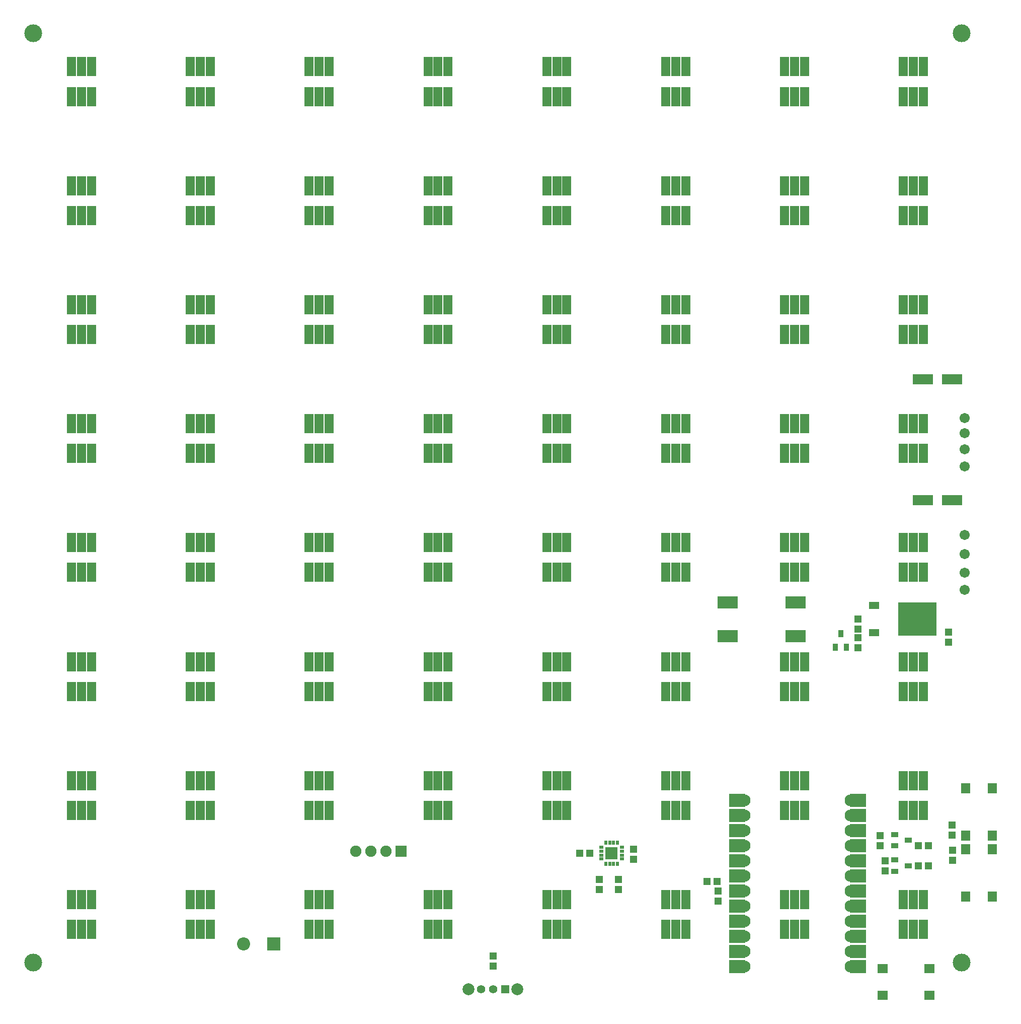
<source format=gbr>
G04 DipTrace 3.2.0.1*
G04 BottomMask.gbr*
%MOIN*%
G04 #@! TF.FileFunction,Soldermask,Bot*
G04 #@! TF.Part,Single*
%ADD54C,0.11811*%
%ADD61R,0.108X0.088*%
%ADD63C,0.077*%
%ADD65R,0.084772X0.084772*%
%ADD67R,0.02178X0.027685*%
%ADD69R,0.027685X0.02178*%
%ADD71R,0.069024X0.059181*%
%ADD73R,0.059181X0.069024*%
%ADD75C,0.078866*%
%ADD77C,0.055244*%
%ADD79R,0.055244X0.055244*%
%ADD81R,0.133984X0.078866*%
%ADD83R,0.049339X0.033591*%
%ADD85R,0.033591X0.049339*%
%ADD87R,0.070992X0.04737*%
%ADD89R,0.252094X0.220598*%
%ADD91C,0.067055*%
%ADD93C,0.074929*%
%ADD95R,0.074929X0.074929*%
%ADD97C,0.08674*%
%ADD99R,0.08674X0.08674*%
%ADD101R,0.06X0.12611*%
%ADD105R,0.051307X0.04737*%
%ADD107R,0.04737X0.051307*%
%ADD109R,0.132016X0.070992*%
%FSLAX26Y26*%
G04*
G70*
G90*
G75*
G01*
G04 BotMask*
%LPD*%
D109*
X6756500Y3731500D3*
X6563587D3*
X6756500Y4531500D3*
X6563587D3*
D107*
X6731500Y2856500D3*
Y2789571D3*
D105*
X4356500Y1394000D3*
X4289571D3*
D107*
X4644000Y1352071D3*
Y1419000D3*
X4544000Y1219000D3*
Y1152071D3*
X4419000Y1219000D3*
Y1152071D3*
D54*
X6819000Y6819000D3*
X669000D3*
Y669000D3*
X6819000D3*
D101*
X6433882Y1086614D3*
X6499906D3*
X6565929D3*
X6433882Y889575D3*
X6499906D3*
X6565929D3*
X5646480Y1086614D3*
X5712504D3*
X5778528D3*
X5646480Y889575D3*
X5712504D3*
X5778528D3*
X4859079Y1086614D3*
X4925102D3*
X4991126D3*
X4859079Y889575D3*
X4925102D3*
X4991126D3*
X4071677Y1086614D3*
X4137701D3*
X4203724D3*
X4071677Y889575D3*
X4137701D3*
X4203724D3*
X3284276Y1086614D3*
X3350299D3*
X3416323D3*
X3284276Y889575D3*
X3350299D3*
X3416323D3*
X2496874Y1086614D3*
X2562898D3*
X2628921D3*
X2496874Y889575D3*
X2562898D3*
X2628921D3*
X1709472Y1086614D3*
X1775496D3*
X1841520D3*
X1709472Y889575D3*
X1775496D3*
X1841520D3*
X922071Y1086614D3*
X988094D3*
X1054118D3*
X922071Y889575D3*
X988094D3*
X1054118D3*
X6433882Y1874016D3*
X6499906D3*
X6565929D3*
X6433882Y1676976D3*
X6499906D3*
X6565929D3*
X5646480Y1874016D3*
X5712504D3*
X5778528D3*
X5646480Y1676976D3*
X5712504D3*
X5778528D3*
X4859079Y1874016D3*
X4925102D3*
X4991126D3*
X4859079Y1676976D3*
X4925102D3*
X4991126D3*
X4071677Y1874016D3*
X4137701D3*
X4203724D3*
X4071677Y1676976D3*
X4137701D3*
X4203724D3*
X3284276Y1874016D3*
X3350299D3*
X3416323D3*
X3284276Y1676976D3*
X3350299D3*
X3416323D3*
X2496874Y1874016D3*
X2562898D3*
X2628921D3*
X2496874Y1676976D3*
X2562898D3*
X2628921D3*
X1709472Y1874016D3*
X1775496D3*
X1841520D3*
X1709472Y1676976D3*
X1775496D3*
X1841520D3*
X922071Y1874016D3*
X988094D3*
X1054118D3*
X922071Y1676976D3*
X988094D3*
X1054118D3*
X6433882Y2661417D3*
X6499906D3*
X6565929D3*
X6433882Y2464378D3*
X6499906D3*
X6565929D3*
X5646480Y2661417D3*
X5712504D3*
X5778528D3*
X5646480Y2464378D3*
X5712504D3*
X5778528D3*
X4859079Y2661417D3*
X4925102D3*
X4991126D3*
X4859079Y2464378D3*
X4925102D3*
X4991126D3*
X4071677Y2661417D3*
X4137701D3*
X4203724D3*
X4071677Y2464378D3*
X4137701D3*
X4203724D3*
X3284276Y2661417D3*
X3350299D3*
X3416323D3*
X3284276Y2464378D3*
X3350299D3*
X3416323D3*
X2496874Y2661417D3*
X2562898D3*
X2628921D3*
X2496874Y2464378D3*
X2562898D3*
X2628921D3*
X1709472Y2661417D3*
X1775496D3*
X1841520D3*
X1709472Y2464378D3*
X1775496D3*
X1841520D3*
X922071Y2661417D3*
X988094D3*
X1054118D3*
X922071Y2464378D3*
X988094D3*
X1054118D3*
X6433882Y3448819D3*
X6499906D3*
X6565929D3*
X6433882Y3251780D3*
X6499906D3*
X6565929D3*
X5646480Y3448819D3*
X5712504D3*
X5778528D3*
X5646480Y3251780D3*
X5712504D3*
X5778528D3*
X4859079Y3448819D3*
X4925102D3*
X4991126D3*
X4859079Y3251780D3*
X4925102D3*
X4991126D3*
X4071677Y3448819D3*
X4137701D3*
X4203724D3*
X4071677Y3251780D3*
X4137701D3*
X4203724D3*
X3284276Y3448819D3*
X3350299D3*
X3416323D3*
X3284276Y3251780D3*
X3350299D3*
X3416323D3*
X2496874Y3448819D3*
X2562898D3*
X2628921D3*
X2496874Y3251780D3*
X2562898D3*
X2628921D3*
X1709472Y3448819D3*
X1775496D3*
X1841520D3*
X1709472Y3251780D3*
X1775496D3*
X1841520D3*
X922071Y3448819D3*
X988094D3*
X1054118D3*
X922071Y3251780D3*
X988094D3*
X1054118D3*
X6433882Y4236220D3*
X6499906D3*
X6565929D3*
X6433882Y4039181D3*
X6499906D3*
X6565929D3*
X5646480Y4236220D3*
X5712504D3*
X5778528D3*
X5646480Y4039181D3*
X5712504D3*
X5778528D3*
X4859079Y4236220D3*
X4925102D3*
X4991126D3*
X4859079Y4039181D3*
X4925102D3*
X4991126D3*
X4071677Y4236220D3*
X4137701D3*
X4203724D3*
X4071677Y4039181D3*
X4137701D3*
X4203724D3*
X3284276Y4236220D3*
X3350299D3*
X3416323D3*
X3284276Y4039181D3*
X3350299D3*
X3416323D3*
X2496874Y4236220D3*
X2562898D3*
X2628921D3*
X2496874Y4039181D3*
X2562898D3*
X2628921D3*
X1709472Y4236220D3*
X1775496D3*
X1841520D3*
X1709472Y4039181D3*
X1775496D3*
X1841520D3*
X922071Y4236220D3*
X988094D3*
X1054118D3*
X922071Y4039181D3*
X988094D3*
X1054118D3*
X6433882Y5023622D3*
X6499906D3*
X6565929D3*
X6433882Y4826583D3*
X6499906D3*
X6565929D3*
X5646480Y5023622D3*
X5712504D3*
X5778528D3*
X5646480Y4826583D3*
X5712504D3*
X5778528D3*
X4859079Y5023622D3*
X4925102D3*
X4991126D3*
X4859079Y4826583D3*
X4925102D3*
X4991126D3*
X4071677Y5023622D3*
X4137701D3*
X4203724D3*
X4071677Y4826583D3*
X4137701D3*
X4203724D3*
X3284276Y5023622D3*
X3350299D3*
X3416323D3*
X3284276Y4826583D3*
X3350299D3*
X3416323D3*
X2496874Y5023622D3*
X2562898D3*
X2628921D3*
X2496874Y4826583D3*
X2562898D3*
X2628921D3*
X1709472Y5023622D3*
X1775496D3*
X1841520D3*
X1709472Y4826583D3*
X1775496D3*
X1841520D3*
X922071Y5023622D3*
X988094D3*
X1054118D3*
X922071Y4826583D3*
X988094D3*
X1054118D3*
X6433882Y5811024D3*
X6499906D3*
X6565929D3*
X6433882Y5613984D3*
X6499906D3*
X6565929D3*
X5646480Y5811024D3*
X5712504D3*
X5778528D3*
X5646480Y5613984D3*
X5712504D3*
X5778528D3*
X4859079Y5811024D3*
X4925102D3*
X4991126D3*
X4859079Y5613984D3*
X4925102D3*
X4991126D3*
X4071677Y5811024D3*
X4137701D3*
X4203724D3*
X4071677Y5613984D3*
X4137701D3*
X4203724D3*
X3284276Y5811024D3*
X3350299D3*
X3416323D3*
X3284276Y5613984D3*
X3350299D3*
X3416323D3*
X2496874Y5811024D3*
X2562898D3*
X2628921D3*
X2496874Y5613984D3*
X2562898D3*
X2628921D3*
X1709472Y5811024D3*
X1775496D3*
X1841520D3*
X1709472Y5613984D3*
X1775496D3*
X1841520D3*
X922071Y5811024D3*
X988094D3*
X1054118D3*
X922071Y5613984D3*
X988094D3*
X1054118D3*
X6433882Y6598425D3*
X6499906D3*
X6565929D3*
X6433882Y6401386D3*
X6499906D3*
X6565929D3*
X5646480Y6598425D3*
X5712504D3*
X5778528D3*
X5646480Y6401386D3*
X5712504D3*
X5778528D3*
X4859079Y6598425D3*
X4925102D3*
X4991126D3*
X4859079Y6401386D3*
X4925102D3*
X4991126D3*
X4071677Y6598425D3*
X4137701D3*
X4203724D3*
X4071677Y6401386D3*
X4137701D3*
X4203724D3*
X3284276Y6598425D3*
X3350299D3*
X3416323D3*
X3284276Y6401386D3*
X3350299D3*
X3416323D3*
X2496874Y6598425D3*
X2562898D3*
X2628921D3*
X2496874Y6401386D3*
X2562898D3*
X2628921D3*
X1709472Y6598425D3*
X1775496D3*
X1841520D3*
X1709472Y6401386D3*
X1775496D3*
X1841520D3*
X922071Y6598425D3*
X988094D3*
X1054118D3*
X922071Y6401386D3*
X988094D3*
X1054118D3*
D99*
X2262751Y794000D3*
D97*
X2062751D3*
D95*
X3106500Y1406500D3*
D93*
X3006500D3*
X2906500D3*
X2806500D3*
D91*
X6837751Y4273719D3*
Y4173719D3*
Y4067470D3*
Y3954969D3*
Y3498719D3*
Y3373719D3*
Y3248719D3*
Y3136219D3*
D89*
X6526874Y2942622D3*
D87*
X6239472Y2852858D3*
Y3032386D3*
D85*
X6056500Y2756500D3*
X5981697D3*
X6019098Y2847051D3*
D83*
X6375249Y1442470D3*
Y1517273D3*
X6465801Y1479871D3*
X6375249Y1273719D3*
Y1348522D3*
X6465801Y1311121D3*
D81*
X5719000Y2831500D3*
Y3051972D3*
X5269000Y2831500D3*
Y3051972D3*
D107*
X6131500Y2819000D3*
Y2752071D3*
Y2944000D3*
Y2877071D3*
X6278991Y1510836D3*
Y1443907D3*
D105*
X6531500Y1442470D3*
X6598429D3*
D107*
X5206500Y1144000D3*
Y1077071D3*
D105*
X5131500Y1206500D3*
X5198429D3*
D107*
X6312751Y1342469D3*
Y1275539D3*
D105*
X6531500Y1311219D3*
X6598429D3*
D107*
X3714965Y648035D3*
Y714965D3*
X6756500Y1514571D3*
Y1581500D3*
X6760535Y1414965D3*
Y1348035D3*
D79*
X3794000Y494000D3*
D77*
X3715260D3*
X3636520D3*
D75*
X3876677D3*
X3553843D3*
D73*
X6844000Y1511421D3*
Y1824413D3*
X7021165D3*
Y1511421D3*
D71*
X6294000Y631500D3*
X6606992D3*
Y454335D3*
X6294000D3*
D73*
X6844000Y1106500D3*
Y1419492D3*
X7021165D3*
Y1106500D3*
D69*
X4431205Y1380909D3*
Y1355319D3*
Y1406500D3*
Y1432091D3*
D67*
X4487307Y1462602D3*
X4461717D3*
X4512898D3*
X4538488D3*
X4487307Y1324807D3*
X4461717D3*
X4512898D3*
X4538488D3*
D69*
X4569000Y1380909D3*
Y1355319D3*
Y1406500D3*
Y1432091D3*
D65*
X4500102Y1393705D3*
D63*
X5381500Y644000D3*
Y744000D3*
Y844000D3*
Y944000D3*
Y1044000D3*
Y1144000D3*
Y1244000D3*
Y1344000D3*
Y1444000D3*
Y1544000D3*
Y1644000D3*
Y1744000D3*
X6081682Y644140D3*
Y744140D3*
Y844140D3*
Y944140D3*
Y1044140D3*
Y1144140D3*
Y1244140D3*
Y1344140D3*
Y1444140D3*
Y1544140D3*
Y1644140D3*
Y1744140D3*
D61*
X5331682Y642140D3*
Y742140D3*
Y842140D3*
Y942140D3*
Y1042140D3*
Y1142140D3*
Y1242140D3*
Y1342140D3*
Y1442140D3*
Y1542140D3*
Y1642140D3*
Y1742140D3*
X6131682D3*
Y1642140D3*
Y1542140D3*
Y1442140D3*
Y1342140D3*
Y1242140D3*
Y1142140D3*
Y1042140D3*
Y942140D3*
Y842140D3*
Y742140D3*
Y642140D3*
M02*

</source>
